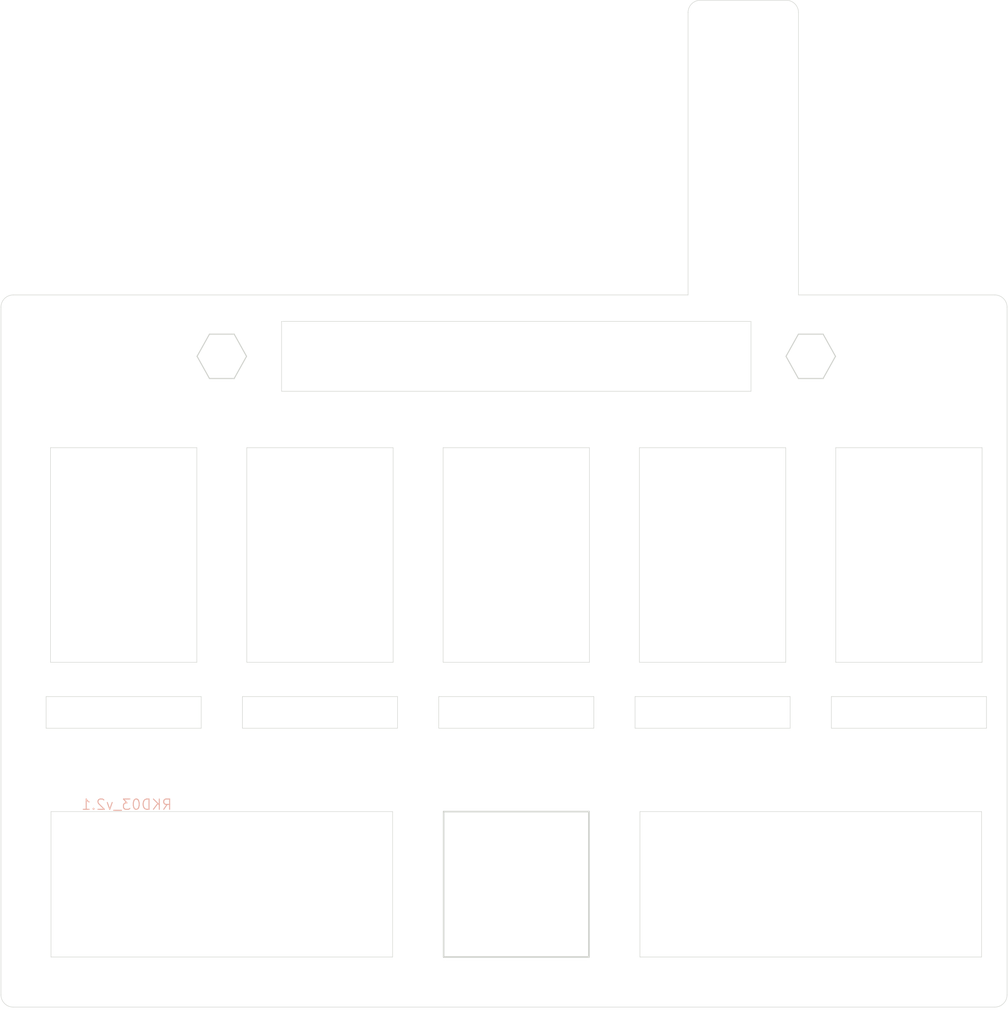
<source format=kicad_pcb>
(kicad_pcb (version 20241229) (generator "pcbnew") (generator_version "9.0")
  (layers (0 "F.Cu" signal) (2 "B.Cu" signal) (13 "F.Paste" user) (15 "B.Paste" user) (5 "F.SilkS" user "F.Silkscreen") (7 "B.SilkS" user "B.Silkscreen") (1 "F.Mask" user) (3 "B.Mask" user) (25 "Edge.Cuts" user))
  (net 0 "")
  (footprint "Rikkodo_FootPrint:rkd_KeyHall_6wx45_Cinderella" (layer "F.Cu") (at 92.86875 51.196875)
    (property "Reference" "LED3" (hide yes))
    (property "Value" "LED_SK6812MINI-E" (hide yes))
    (fp_line (start -22.775 3.3875) (end -22.775 -3.3875) (stroke (width 0.05)) (layer "Edge.Cuts"))
    (fp_line (start 22.775 -3.3875) (end -22.775 -3.3875) (stroke (width 0.05)) (layer "Edge.Cuts"))
    (fp_line (start 22.775 -3.3875) (end 22.775 3.3875) (stroke (width 0.05)) (layer "Edge.Cuts"))
    (fp_line (start 22.775 3.3875) (end -22.775 3.3875) (stroke (width 0.05)) (layer "Edge.Cuts"))
  )
  (footprint "kbd_Hole:m2_Screw_Hole" (layer "F.Cu") (at 121.44375 85.725)
    (property "Reference" "Ref**")
    (property "Value" "Val**")
    (pad "" np_thru_hole circle (at 0 0) (size 2.2 2.2) (drill 2.2) (layers "*.Cu" "*.Mask"))
  )
  (footprint "kbd_Hole:m2_Screw_Hole" (layer "F.Cu") (at 138.1125 111.91875)
    (property "Reference" "Ref**")
    (property "Value" "Val**")
    (pad "" np_thru_hole circle (at 0 0) (size 2.2 2.2) (drill 2.2) (layers "*.Cu" "*.Mask"))
  )
  (footprint "kbd_Hole:m2_Screw_Hole" (layer "F.Cu") (at 45.24375 111.91875)
    (property "Reference" "Ref**")
    (property "Value" "Val**")
    (pad "" np_thru_hole circle (at 0 0) (size 2.2 2.2) (drill 2.2) (layers "*.Cu" "*.Mask"))
  )
  (footprint "kbd_SW_Hole:SW_Hole_1u" (layer "F.Cu") (at 92.8688 102.3937)
    (property "Reference" "SW6" (hide yes))
    (property "Value" "SW_Push" (hide yes))
    (fp_line (start -7.05 -7.05) (end 7.05 -7.05) (stroke (width 0.15)) (layer "Edge.Cuts"))
    (fp_line (start -7.05 7.05) (end -7.05 -7.05) (stroke (width 0.15)) (layer "Edge.Cuts"))
    (fp_line (start 7.05 -7.05) (end 7.05 7.05) (stroke (width 0.15)) (layer "Edge.Cuts"))
    (fp_line (start 7.05 7.05) (end -7.05 7.05) (stroke (width 0.15)) (layer "Edge.Cuts"))
  )
  (footprint "kbd_Hole:m2_Screw_Hole" (layer "F.Cu") (at 128.5875 51.196875)
    (property "Reference" "Ref**")
    (property "Value" "Val**")
    (pad "" np_thru_hole circle (at 0 0) (size 2.2 2.2) (drill 2.2) (layers "*.Cu" "*.Mask"))
  )
  (footprint "kbd_Hole:m2_Screw_Hole" (layer "F.Cu") (at 64.29375 84.534375)
    (property "Reference" "Ref**")
    (property "Value" "Val**")
    (pad "" np_thru_hole circle (at 0 0) (size 2.2 2.2) (drill 2.2) (layers "*.Cu" "*.Mask"))
  )
  (footprint "kbd_Hole:m2_Spacer_Hole_hex" (layer "F.Cu") (at 64.29375 51.196875)
    (property "Reference" "Ref**")
    (property "Value" "Val**")
    (fp_line (start -2.4 0) (end -1.2 2.15) (stroke (width 0.1)) (layer "Edge.Cuts"))
    (fp_line (start -1.2 -2.15) (end -2.4 0) (stroke (width 0.1)) (layer "Edge.Cuts"))
    (fp_line (start -1.2 2.15) (end 1.2 2.15) (stroke (width 0.1)) (layer "Edge.Cuts"))
    (fp_line (start 1.2 -2.15) (end -1.2 -2.15) (stroke (width 0.1)) (layer "Edge.Cuts"))
    (fp_line (start 1.2 2.15) (end 2.4 0) (stroke (width 0.1)) (layer "Edge.Cuts"))
    (fp_line (start 2.4 0) (end 1.2 -2.15) (stroke (width 0.1)) (layer "Edge.Cuts"))
  )
  (footprint "kbd_Hole:m2_Screw_Hole" (layer "F.Cu") (at 57.15 51.196875)
    (property "Reference" "Ref**")
    (property "Value" "Val**")
    (pad "" np_thru_hole circle (at 0 0) (size 2.2 2.2) (drill 2.2) (layers "*.Cu" "*.Mask"))
  )
  (footprint "Rikkodo_FootPrint:rkd_Guard_Screw_Hall" (layer "F.Cu") (at 82.153125 30.9562)
    (property "Reference" "M1" (hide yes))
    (property "Value" "Mark" (hide yes))
    (pad "" np_thru_hole circle (at 29.765625 -4.7625) (size 2.2 2.2) (drill 2.2) (layers "*.Cu" "*.Mask"))
    (pad "" np_thru_hole circle (at 29.765625 4.7625) (size 2.2 2.2) (drill 2.2) (layers "*.Cu" "*.Mask"))
  )
  (footprint "kbd_Hole:m2_Screw_Hole" (layer "F.Cu") (at 45.24375 47.625)
    (property "Reference" "Ref**")
    (property "Value" "Val**")
    (pad "" np_thru_hole circle (at 0 0) (size 2.2 2.2) (drill 2.2) (layers "*.Cu" "*.Mask"))
  )
  (footprint "kbd_Hole:m2_Screw_Hole" (layer "F.Cu") (at 121.44375 84.534375)
    (property "Reference" "Ref**")
    (property "Value" "Val**")
    (pad "" np_thru_hole circle (at 0 0) (size 2.2 2.2) (drill 2.2) (layers "*.Cu" "*.Mask"))
  )
  (footprint "kbd_Hole:m2_Screw_Hole" (layer "F.Cu") (at 138.1125 47.625)
    (property "Reference" "Ref**")
    (property "Value" "Val**")
    (pad "" np_thru_hole circle (at 0 0) (size 2.2 2.2) (drill 2.2) (layers "*.Cu" "*.Mask"))
  )
  (footprint "kbd_Hole:m2_Spacer_Hole_hex" (layer "F.Cu") (at 121.44375 51.196875)
    (property "Reference" "Ref**")
    (property "Value" "Val**")
    (fp_line (start -2.4 0) (end -1.2 2.15) (stroke (width 0.1)) (layer "Edge.Cuts"))
    (fp_line (start -1.2 -2.15) (end -2.4 0) (stroke (width 0.1)) (layer "Edge.Cuts"))
    (fp_line (start -1.2 2.15) (end 1.2 2.15) (stroke (width 0.1)) (layer "Edge.Cuts"))
    (fp_line (start 1.2 -2.15) (end -1.2 -2.15) (stroke (width 0.1)) (layer "Edge.Cuts"))
    (fp_line (start 1.2 2.15) (end 2.4 0) (stroke (width 0.1)) (layer "Edge.Cuts"))
    (fp_line (start 2.4 0) (end 1.2 -2.15) (stroke (width 0.1)) (layer "Edge.Cuts"))
  )
  (footprint "kbd_Hole:m2_Screw_Hole" (layer "F.Cu") (at 64.29375 85.725)
    (property "Reference" "Ref**")
    (property "Value" "Val**")
    (pad "" np_thru_hole circle (at 0 0) (size 2.2 2.2) (drill 2.2) (layers "*.Cu" "*.Mask"))
  )
  (footprint "Rikkodo_FootPrint:rkd_KeyHall_3wx15" (layer "B.Cu") (at 111.9188 85.725 180)
    (property "Reference" "LED4" (hide yes))
    (property "Value" "LED_SK6812MINI-E" (hide yes))
    (fp_line (start 7.525 -1.5375) (end 7.525 1.5375) (stroke (width 0.05)) (layer "Edge.Cuts"))
    (fp_line (start -7.525 1.5375) (end 7.525 1.5375) (stroke (width 0.05)) (layer "Edge.Cuts"))
    (fp_line (start -7.525 1.5375) (end -7.525 -1.5375) (stroke (width 0.05)) (layer "Edge.Cuts"))
    (fp_line (start -7.525 -1.5375) (end 7.525 -1.5375) (stroke (width 0.05)) (layer "Edge.Cuts"))
  )
  (footprint "Rikkodo_FootPrint:rkd_KeyHall_3wx15" (layer "B.Cu") (at 73.8188 85.7251 180)
    (property "Reference" "LED2" (hide yes))
    (property "Value" "LED_SK6812MINI-E" (hide yes))
    (fp_line (start 7.525 -1.5375) (end 7.525 1.5375) (stroke (width 0.05)) (layer "Edge.Cuts"))
    (fp_line (start -7.525 1.5375) (end 7.525 1.5375) (stroke (width 0.05)) (layer "Edge.Cuts"))
    (fp_line (start -7.525 1.5375) (end -7.525 -1.5375) (stroke (width 0.05)) (layer "Edge.Cuts"))
    (fp_line (start -7.525 -1.5375) (end 7.525 -1.5375) (stroke (width 0.05)) (layer "Edge.Cuts"))
  )
  (footprint "Rikkodo_FootPrint:rkd_KeyHall_3wx15" (layer "B.Cu") (at 92.8688 85.725 180)
    (property "Reference" "LED3" (hide yes))
    (property "Value" "LED_SK6812MINI-E" (hide yes))
    (fp_line (start 7.525 -1.5375) (end 7.525 1.5375) (stroke (width 0.05)) (layer "Edge.Cuts"))
    (fp_line (start -7.525 1.5375) (end 7.525 1.5375) (stroke (width 0.05)) (layer "Edge.Cuts"))
    (fp_line (start -7.525 1.5375) (end -7.525 -1.5375) (stroke (width 0.05)) (layer "Edge.Cuts"))
    (fp_line (start -7.525 -1.5375) (end 7.525 -1.5375) (stroke (width 0.05)) (layer "Edge.Cuts"))
  )
  (footprint "Rikkodo_FootPrint:rkd_KeyHall_3wx15" (layer "B.Cu") (at 130.9688 85.725 180)
    (property "Reference" "LED5" (hide yes))
    (property "Value" "LED_SK6812MINI-E" (hide yes))
    (fp_line (start 7.525 -1.5375) (end 7.525 1.5375) (stroke (width 0.05)) (layer "Edge.Cuts"))
    (fp_line (start -7.525 1.5375) (end 7.525 1.5375) (stroke (width 0.05)) (layer "Edge.Cuts"))
    (fp_line (start -7.525 1.5375) (end -7.525 -1.5375) (stroke (width 0.05)) (layer "Edge.Cuts"))
    (fp_line (start -7.525 -1.5375) (end 7.525 -1.5375) (stroke (width 0.05)) (layer "Edge.Cuts"))
  )
  (footprint "Rikkodo_FootPrint:rkd_KeyHall_3wx15" (layer "B.Cu") (at 54.7688 85.7251 180)
    (property "Reference" "LED1" (hide yes))
    (property "Value" "LED_SK6812MINI-E" (hide yes))
    (fp_line (start 7.525 -1.5375) (end 7.525 1.5375) (stroke (width 0.05)) (layer "Edge.Cuts"))
    (fp_line (start -7.525 1.5375) (end 7.525 1.5375) (stroke (width 0.05)) (layer "Edge.Cuts"))
    (fp_line (start -7.525 1.5375) (end -7.525 -1.5375) (stroke (width 0.05)) (layer "Edge.Cuts"))
    (fp_line (start -7.525 -1.5375) (end 7.525 -1.5375) (stroke (width 0.05)) (layer "Edge.Cuts"))
  )
  (gr_arc (start 140.493775 113.10935) (mid 140.145059 113.951274) (end 139.30315 114.299975) (stroke (width 0.05)) (layer "Edge.Cuts"))
  (gr_line (start 99.9688 80.86875) (end 99.9688 60.0562) (stroke (width 0.05)) (layer "Edge.Cuts"))
  (gr_line (start 119.0625 16.66875) (end 110.728125 16.66875) (stroke (width 0.05)) (layer "Edge.Cuts"))
  (gr_line (start 99.9688 60.0562) (end 85.7688 60.0562) (stroke (width 0.05)) (layer "Edge.Cuts"))
  (gr_line (start 119.0188 60.0562) (end 104.8188 60.0562) (stroke (width 0.05)) (layer "Edge.Cuts"))
  (gr_line (start 66.7188 80.8687) (end 66.7188 60.0562) (stroke (width 0.05)) (layer "Edge.Cuts"))
  (gr_line (start 42.86255 46.43435) (end 42.862525 113.10935) (stroke (width 0.05)) (layer "Edge.Cuts"))
  (gr_line (start 80.9188 60.0562) (end 80.9188 80.8687) (stroke (width 0.05)) (layer "Edge.Cuts"))
  (gr_arc (start 42.86255 46.43435) (mid 43.211279 45.592494) (end 44.05315 45.24375) (stroke (width 0.05)) (layer "Edge.Cuts"))
  (gr_line (start 47.7188 95.3437) (end 47.7188 109.4437) (stroke (width 0.05)) (layer "Edge.Cuts"))
  (gr_line (start 47.7188 95.3437) (end 80.8688 95.3437) (stroke (width 0.05)) (layer "Edge.Cuts"))
  (gr_line (start 80.8688 109.4437) (end 80.8688 95.3437) (stroke (width 0.05)) (layer "Edge.Cuts"))
  (gr_line (start 80.9188 80.8687) (end 66.7188 80.8687) (stroke (width 0.05)) (layer "Edge.Cuts"))
  (gr_line (start 104.8688 95.3437) (end 104.8688 109.4437) (stroke (width 0.05)) (layer "Edge.Cuts"))
  (gr_line (start 47.66875 60.05625) (end 47.66875 80.8687) (stroke (width 0.05)) (layer "Edge.Cuts"))
  (gr_line (start 140.493875 46.43425) (end 140.493775 113.10935) (stroke (width 0.05)) (layer "Edge.Cuts"))
  (gr_arc (start 139.30325 45.243625) (mid 140.145112 45.592388) (end 140.493875 46.43425) (stroke (width 0.05)) (layer "Edge.Cuts"))
  (gr_arc (start 44.05315 114.299975) (mid 43.211244 113.951256) (end 42.862525 113.10935) (stroke (width 0.05)) (layer "Edge.Cuts"))
  (gr_line (start 109.5375 17.859375) (end 109.5375 45.24375) (stroke (width 0.05)) (layer "Edge.Cuts"))
  (gr_line (start 47.7188 109.4437) (end 80.8688 109.4437) (stroke (width 0.05)) (layer "Edge.Cuts"))
  (gr_line (start 138.0688 60.0562) (end 138.0688 80.86875) (stroke (width 0.05)) (layer "Edge.Cuts"))
  (gr_line (start 138.0188 109.4437) (end 138.0188 95.3437) (stroke (width 0.05)) (layer "Edge.Cuts"))
  (gr_line (start 109.5375 45.24375) (end 44.05315 45.24375) (stroke (width 0.05)) (layer "Edge.Cuts"))
  (gr_line (start 47.66875 80.8687) (end 61.86875 80.8687) (stroke (width 0.05)) (layer "Edge.Cuts"))
  (gr_line (start 85.7688 60.0562) (end 85.7688 80.86875) (stroke (width 0.05)) (layer "Edge.Cuts"))
  (gr_line (start 104.8688 95.3437) (end 138.0188 95.3437) (stroke (width 0.05)) (layer "Edge.Cuts"))
  (gr_line (start 120.253125 45.24375) (end 120.253125 17.859375) (stroke (width 0.05)) (layer "Edge.Cuts"))
  (gr_line (start 66.7188 60.0562) (end 80.9188 60.0562) (stroke (width 0.05)) (layer "Edge.Cuts"))
  (gr_line (start 104.8188 60.0562) (end 104.8188 80.86875) (stroke (width 0.05)) (layer "Edge.Cuts"))
  (gr_line (start 61.86875 60.05625) (end 47.66875 60.05625) (stroke (width 0.05)) (layer "Edge.Cuts"))
  (gr_line (start 119.0188 60.0562) (end 119.0188 80.86875) (stroke (width 0.05)) (layer "Edge.Cuts"))
  (gr_line (start 44.05315 114.299975) (end 139.30315 114.299975) (stroke (width 0.05)) (layer "Edge.Cuts"))
  (gr_line (start 123.8688 60.0562) (end 138.0688 60.0562) (stroke (width 0.05)) (layer "Edge.Cuts"))
  (gr_arc (start 119.0625 16.66875) (mid 119.904392 17.017483) (end 120.253125 17.859375) (stroke (width 0.05)) (layer "Edge.Cuts"))
  (gr_line (start 123.8688 60.0562) (end 123.8688 80.86875) (stroke (width 0.05)) (layer "Edge.Cuts"))
  (gr_line (start 119.0188 80.86875) (end 104.8188 80.86875) (stroke (width 0.05)) (layer "Edge.Cuts"))
  (gr_arc (start 109.5375 17.859375) (mid 109.886226 17.017476) (end 110.728125 16.66875) (stroke (width 0.05)) (layer "Edge.Cuts"))
  (gr_line (start 120.253125 45.243762) (end 139.303125 45.243737) (stroke (width 0.05)) (layer "Edge.Cuts"))
  (gr_line (start 123.8688 80.86875) (end 138.0688 80.86875) (stroke (width 0.05)) (layer "Edge.Cuts"))
  (gr_line (start 85.7688 80.86875) (end 99.9688 80.86875) (stroke (width 0.05)) (layer "Edge.Cuts"))
  (gr_line (start 104.8688 109.4437) (end 138.0188 109.4437) (stroke (width 0.05)) (layer "Edge.Cuts"))
  (gr_line (start 61.86875 80.8687) (end 61.86875 60.05625) (stroke (width 0.05)) (layer "Edge.Cuts"))
  (gr_text "RKD03_v2.1" (at 59.53125 95.25 0) (layer "B.SilkS") (effects (font (size 1 1) (thickness 0.1)) (justify left bottom mirror)))
)
</source>
